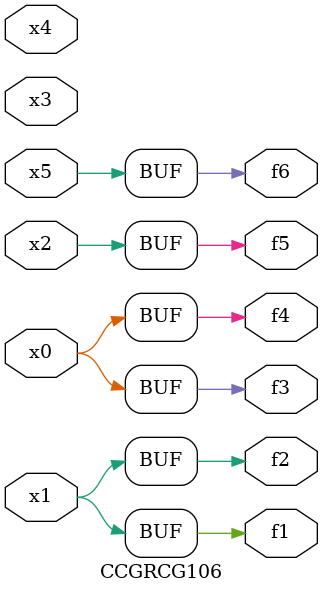
<source format=v>
module CCGRCG106(
	input x0, x1, x2, x3, x4, x5,
	output f1, f2, f3, f4, f5, f6
);
	assign f1 = x1;
	assign f2 = x1;
	assign f3 = x0;
	assign f4 = x0;
	assign f5 = x2;
	assign f6 = x5;
endmodule

</source>
